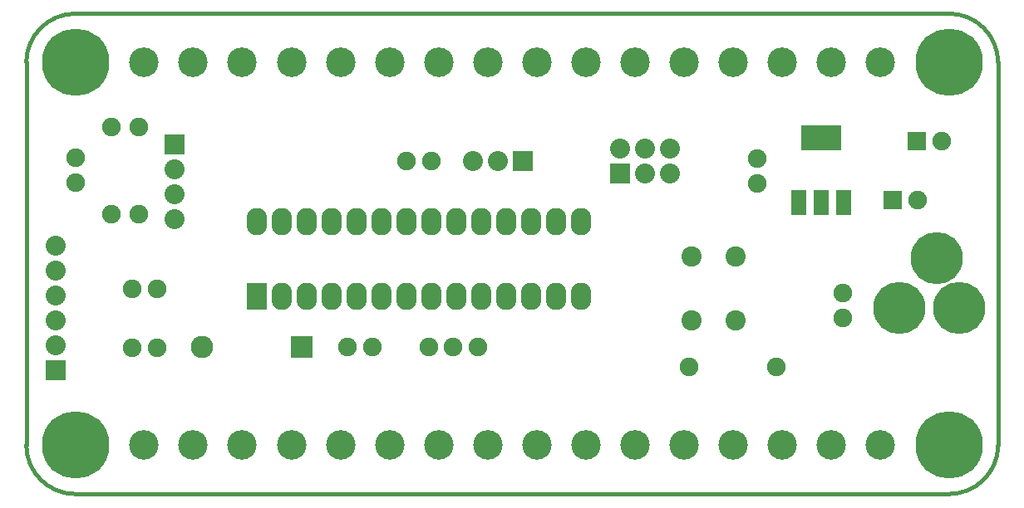
<source format=gts>
G04 #@! TF.FileFunction,Soldermask,Top*
%FSLAX46Y46*%
G04 Gerber Fmt 4.6, Leading zero omitted, Abs format (unit mm)*
G04 Created by KiCad (PCBNEW (after 2015-mar-04 BZR unknown)-product) date 6/6/2015 10:00:11 AM*
%MOMM*%
G01*
G04 APERTURE LIST*
%ADD10C,0.150000*%
%ADD11C,0.381000*%
%ADD12C,2.286000*%
%ADD13R,2.286000X2.286000*%
%ADD14O,2.082800X2.794000*%
%ADD15R,2.082800X2.794000*%
%ADD16C,1.905000*%
%ADD17R,4.165600X2.540000*%
%ADD18R,1.524000X2.540000*%
%ADD19R,2.032000X2.032000*%
%ADD20C,2.032000*%
%ADD21R,1.905000X1.905000*%
%ADD22C,3.007360*%
%ADD23C,2.057400*%
%ADD24C,5.308600*%
%ADD25C,6.858000*%
G04 APERTURE END LIST*
D10*
D11*
X92474000Y-79340000D02*
X181474000Y-79340000D01*
X87474000Y-123340000D02*
X87474000Y-84340000D01*
X181474000Y-128340000D02*
X92474000Y-128340000D01*
X186474000Y-84340000D02*
X186474000Y-123340000D01*
X87474000Y-123340000D02*
G75*
G03X92474000Y-128340000I5000000J0D01*
G01*
X181474000Y-128340000D02*
G75*
G03X186474000Y-123340000I0J5000000D01*
G01*
X186474000Y-84340000D02*
G75*
G03X181474000Y-79340000I-5000000J0D01*
G01*
X92474000Y-79340000D02*
G75*
G03X87474000Y-84340000I0J-5000000D01*
G01*
D12*
X105394000Y-113340000D03*
D13*
X115554000Y-113340000D03*
D14*
X113504000Y-108150000D03*
X116044000Y-108150000D03*
X118584000Y-108150000D03*
X121124000Y-108150000D03*
X123664000Y-108150000D03*
X126204000Y-108150000D03*
X128744000Y-108150000D03*
X131284000Y-108150000D03*
X133824000Y-108150000D03*
X136364000Y-108150000D03*
X138904000Y-108150000D03*
X141444000Y-108150000D03*
X143984000Y-108150000D03*
D15*
X110964000Y-108150000D03*
D14*
X143984000Y-100530000D03*
X141444000Y-100530000D03*
X138904000Y-100530000D03*
X136364000Y-100530000D03*
X133824000Y-100530000D03*
X131284000Y-100530000D03*
X128744000Y-100530000D03*
X126204000Y-100530000D03*
X123664000Y-100530000D03*
X121124000Y-100530000D03*
X118584000Y-100530000D03*
X116044000Y-100530000D03*
X113504000Y-100530000D03*
X110964000Y-100530000D03*
D16*
X98933000Y-99822000D03*
X98933000Y-90932000D03*
X96139000Y-99822000D03*
X96139000Y-90932000D03*
X163919000Y-115340000D03*
X155029000Y-115340000D03*
D17*
X168474000Y-92038000D03*
D18*
X168474000Y-98642000D03*
X170760000Y-98642000D03*
X166188000Y-98642000D03*
D19*
X147934000Y-95610000D03*
D20*
X147934000Y-93070000D03*
X150474000Y-95610000D03*
X150474000Y-93070000D03*
X153014000Y-95610000D03*
X153014000Y-93070000D03*
D21*
X178204000Y-92340000D03*
D16*
X180744000Y-92340000D03*
D21*
X175704000Y-98340000D03*
D16*
X178244000Y-98340000D03*
X161925000Y-94107000D03*
X161925000Y-96647000D03*
X128744000Y-94340000D03*
X126204000Y-94340000D03*
X100838000Y-113411000D03*
X98298000Y-113411000D03*
X120204000Y-113340000D03*
X122744000Y-113340000D03*
X92474000Y-94070000D03*
X92474000Y-96610000D03*
X98298000Y-107442000D03*
X100838000Y-107442000D03*
X170688000Y-107823000D03*
X170688000Y-110363000D03*
D22*
X134474000Y-123340000D03*
X129472740Y-123340000D03*
X124474020Y-123340000D03*
X119472760Y-123340000D03*
X114474040Y-123340000D03*
X109472780Y-123340000D03*
X104474060Y-123340000D03*
X99472800Y-123340000D03*
X139474000Y-84340000D03*
X144475260Y-84340000D03*
X149473980Y-84340000D03*
X154475240Y-84340000D03*
X159473960Y-84340000D03*
X164475220Y-84340000D03*
X169473940Y-84340000D03*
X174475200Y-84340000D03*
X99474000Y-84340000D03*
X104475260Y-84340000D03*
X109473980Y-84340000D03*
X114475240Y-84340000D03*
X119473960Y-84340000D03*
X124475220Y-84340000D03*
X129473940Y-84340000D03*
X134475200Y-84340000D03*
X174474000Y-123340000D03*
X169472740Y-123340000D03*
X164474020Y-123340000D03*
X159472760Y-123340000D03*
X154474040Y-123340000D03*
X149472780Y-123340000D03*
X144474060Y-123340000D03*
X139472800Y-123340000D03*
D19*
X90474000Y-115690000D03*
D20*
X90474000Y-113150000D03*
X90474000Y-110610000D03*
X90474000Y-108070000D03*
X90474000Y-105530000D03*
X90474000Y-102990000D03*
D19*
X102616000Y-92710000D03*
D20*
X102616000Y-95250000D03*
X102616000Y-97790000D03*
X102616000Y-100330000D03*
D23*
X155223560Y-104088800D03*
X159724440Y-104088800D03*
X155223560Y-110591200D03*
X159724440Y-110591200D03*
D16*
X128474640Y-113340000D03*
X133473360Y-113340000D03*
X130974000Y-113340000D03*
D24*
X182474000Y-109340000D03*
X176378000Y-109340000D03*
X180188000Y-104260000D03*
D19*
X138014000Y-94340000D03*
D20*
X135474000Y-94340000D03*
X132934000Y-94340000D03*
D25*
X92474000Y-84340000D03*
X92474000Y-123340000D03*
X181474000Y-84340000D03*
X181474000Y-123340000D03*
M02*

</source>
